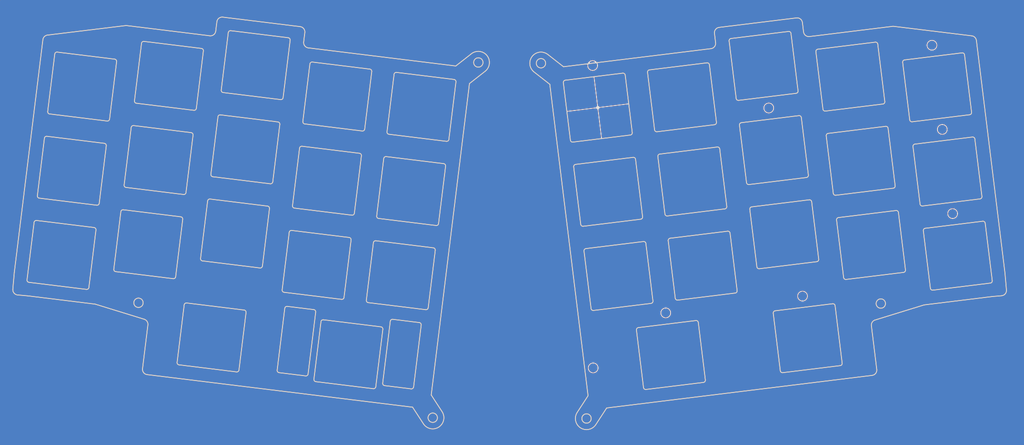
<source format=kicad_pcb>
(kicad_pcb (version 20221018) (generator pcbnew)
  (layers (0 "F.Cu" signal) (31 "B.Cu" signal) (34 "B.Paste" user) (35 "F.Paste" user) (36 "B.SilkS" user "B.Silkscreen") (37 "F.SilkS" user "F.Silkscreen") (38 "B.Mask" user) (39 "F.Mask" user) (44 "Edge.Cuts" user))
  (net 0 "")
  (gr_arc (start 212.1049 52.062303) (mid 212.473638 52.164606) (end 212.662108 52.497641) (stroke (width 0.2)) (layer "Edge.Cuts"))
  (gr_arc (start 120.040711 94.065022) (mid 119.707641 93.876574) (end 119.605373 93.507814) (stroke (width 0.2)) (layer "Edge.Cuts"))
  (gr_line (start 216.748122 89.878311) (end 203.845022 91.462612) (stroke (width 0.2)) (layer "Edge.Cuts"))
  (gr_line (start 224.482392 107.32831) (end 222.898091 94.42521) (stroke (width 0.2)) (layer "Edge.Cuts"))
  (gr_arc (start 85.126717 65.786795) (mid 84.793655 65.598347) (end 84.691379 65.229587) (stroke (width 0.2)) (layer "Edge.Cuts"))
  (gr_line (start 105.160489 58.939761) (end 118.063589 60.524062) (stroke (width 0.2)) (layer "Edge.Cuts"))
  (gr_arc (start 180.0912 132.47568) (mid 179.722468 132.373369) (end 179.533993 132.040341) (stroke (width 0.2)) (layer "Edge.Cuts"))
  (gr_line (start 242.557373 113.482697) (end 231.558682 116.871374) (stroke (width 0.2)) (layer "Edge.Cuts"))
  (gr_line (start 132.942977 135.387352) (end 134.292651 137.45814) (stroke (width 0.2)) (layer "Edge.Cuts"))
  (gr_line (start 118.846588 132.304526) (end 105.943488 130.720225) (stroke (width 0.2)) (layer "Edge.Cuts"))
  (gr_line (start 81.632458 90.142495) (end 80.048157 103.045595) (stroke (width 0.2)) (layer "Edge.Cuts"))
  (gr_circle (center 232.83645 113.178839) (end 233.88645 113.178839) (stroke (width 0.2)) (fill none) (layer "Edge.Cuts"))
  (gr_line (start 200.907971 67.54225) (end 213.811071 65.957949) (stroke (width 0.2)) (layer "Edge.Cuts"))
  (gr_arc (start 253.26096 53.047937) (mid 253.964161 53.390117) (end 254.30716 54.092919) (stroke (width 0.2)) (layer "Edge.Cuts"))
  (gr_arc (start 83.712701 49.894813) (mid 84.164949 49.095404) (end 85.05 48.85) (stroke (width 0.2)) (layer "Edge.Cuts"))
  (gr_arc (start 93.943804 104.751766) (mid 93.755353 105.084803) (end 93.386595 105.187105) (stroke (width 0.2)) (layer "Edge.Cuts"))
  (gr_arc (start 161.530856 63.574035) (mid 161.633119 63.205261) (end 161.966194 63.016827) (stroke (width 0.2)) (layer "Edge.Cuts"))
  (gr_line (start 255.109496 89.676733) (end 242.206396 91.261034) (stroke (width 0.2)) (layer "Edge.Cuts"))
  (gr_line (start 84.511277 70.799153) (end 97.414377 72.383454) (stroke (width 0.2)) (layer "Edge.Cuts"))
  (gr_line (start 198.766462 54.203812) (end 200.350763 67.106912) (stroke (width 0.2)) (layer "Edge.Cuts"))
  (gr_arc (start 105.943487 130.720225) (mid 105.610367 130.531797) (end 105.508149 130.163017) (stroke (width 0.2)) (layer "Edge.Cuts"))
  (gr_line (start 45.534463 75.609933) (end 58.437563 77.194234) (stroke (width 0.2)) (layer "Edge.Cuts"))
  (gr_line (start 45.676828 52.876783) (end 63.186978 50.74752) (stroke (width 0.2)) (layer "Edge.Cuts"))
  (gr_line (start 253.960533 76.216425) (end 255.544834 89.119525) (stroke (width 0.2)) (layer "Edge.Cuts"))
  (gr_arc (start 57.2886 90.654542) (mid 57.100155 90.987592) (end 56.731392 91.08988) (stroke (width 0.2)) (layer "Edge.Cuts"))
  (gr_line (start 185.082082 99.068432) (end 186.666384 111.971532) (stroke (width 0.2)) (layer "Edge.Cuts"))
  (gr_line (start 64.465662 73.639881) (end 62.881361 86.542981) (stroke (width 0.2)) (layer "Edge.Cuts"))
  (gr_arc (start 184.901981 93.498866) (mid 184.533198 93.396621) (end 184.344773 93.063528) (stroke (width 0.2)) (layer "Edge.Cuts"))
  (gr_arc (start 76.777007 88.249152) (mid 76.58856 88.582199) (end 76.219799 88.68449) (stroke (width 0.2)) (layer "Edge.Cuts"))
  (gr_line (start 127.673893 136.460078) (end 68.05719 129.140068) (stroke (width 0.2)) (layer "Edge.Cuts"))
  (gr_arc (start 47.298866 57.137267) (mid 47.487308 56.804184) (end 47.856074 56.701929) (stroke (width 0.2)) (layer "Edge.Cuts"))
  (gr_arc (start 214.426511 70.970307) (mid 214.795254 71.072604) (end 214.983719 71.405645) (stroke (width 0.2)) (layer "Edge.Cuts"))
  (gr_line (start 256.282144 95.124429) (end 257.866445 108.027529) (stroke (width 0.2)) (layer "Edge.Cuts"))
  (gr_line (start 218.889631 103.216749) (end 217.30533 90.313649) (stroke (width 0.2)) (layer "Edge.Cuts"))
  (gr_line (start 257.431107 108.584737) (end 244.528007 110.169039) (stroke (width 0.2)) (layer "Edge.Cuts"))
  (gr_line (start 93.943803 104.751766) (end 95.528104 91.848666) (stroke (width 0.2)) (layer "Edge.Cuts"))
  (gr_arc (start 235.459711 50.918843) (mid 235.605255 50.9099) (end 235.750809 50.918673) (stroke (width 0.2)) (layer "Edge.Cuts"))
  (gr_line (start 239.327577 71.917692) (end 237.743276 59.014592) (stroke (width 0.2)) (layer "Edge.Cuts"))
  (gr_arc (start 97.414377 72.383454) (mid 97.74746 72.571889) (end 97.849715 72.940662) (stroke (width 0.2)) (layer "Edge.Cuts"))
  (gr_line (start 95.092766 91.291458) (end 82.189666 89.707157) (stroke (width 0.2)) (layer "Edge.Cuts"))
  (gr_arc (start 195.918808 72.449353) (mid 195.816548 72.818124) (end 195.48347 73.006561) (stroke (width 0.2)) (layer "Edge.Cuts"))
  (gr_line (start 132.76371 101.218889) (end 131.179408 114.121989) (stroke (width 0.2)) (layer "Edge.Cuts"))
  (gr_arc (start 86.27568 52.326487) (mid 86.464118 51.993398) (end 86.832888 51.891149) (stroke (width 0.2)) (layer "Edge.Cuts"))
  (gr_arc (start 44.630628 53.921765) (mid 44.97365 53.218988) (end 45.676828 52.876783) (stroke (width 0.2)) (layer "Edge.Cuts"))
  (gr_line (start 62.701259 92.112547) (end 75.604359 93.696848) (stroke (width 0.2)) (layer "Edge.Cuts"))
  (gr_arc (start 185.082082 99.068432) (mid 185.184275 98.699608) (end 185.517421 98.511225) (stroke (width 0.2)) (layer "Edge.Cuts"))
  (gr_arc (start 133.501019 95.213984) (mid 133.312564 95.547015) (end 132.943812 95.649323) (stroke (width 0.2)) (layer "Edge.Cuts"))
  (gr_arc (start 177.010804 74.770964) (mid 176.908549 75.139739) (end 176.575466 75.328172) (stroke (width 0.2)) (layer "Edge.Cuts"))
  (gr_line (start 80.682919 56.438048) (end 79.098618 69.341148) (stroke (width 0.2)) (layer "Edge.Cuts"))
  (gr_line (start 76.039697 94.254056) (end 74.455396 107.157156) (stroke (width 0.2)) (layer "Edge.Cuts"))
  (gr_arc (start 79.098618 69.341148) (mid 78.910173 69.674202) (end 78.54141 69.776486) (stroke (width 0.2)) (layer "Edge.Cuts"))
  (gr_arc (start 216.819834 53.207532) (mid 215.934783 52.962108) (end 215.482536 52.16272) (stroke (width 0.2)) (layer "Edge.Cuts"))
  (gr_arc (start 239.884785 72.35303) (mid 239.516029 72.250751) (end 239.327577 71.917692) (stroke (width 0.2)) (layer "Edge.Cuts"))
  (gr_line (start 171.263895 136.631232) (end 168.833967 140.359441) (stroke (width 0.2)) (layer "Edge.Cuts"))
  (gr_line (start 259.965815 111.421048) (end 257.792956 111.612003) (stroke (width 0.2)) (layer "Edge.Cuts"))
  (gr_line (start 90.26259 115.19347) (end 88.678288 128.09657) (stroke (width 0.2)) (layer "Edge.Cuts"))
  (gr_line (start 112.271404 111.800378) (end 113.855706 98.897278) (stroke (width 0.2)) (layer "Edge.Cuts"))
  (gr_arc (start 200.907971 67.54225) (mid 200.53922 67.439965) (end 200.350763 67.106912) (stroke (width 0.2)) (layer "Edge.Cuts"))
  (gr_arc (start 134.649983 81.753677) (mid 134.983052 81.942114) (end 135.085321 82.310885) (stroke (width 0.2)) (layer "Edge.Cuts"))
  (gr_line (start 260.727971 106.386224) (end 261.056155 110.120602) (stroke (width 0.2)) (layer "Edge.Cuts"))
  (gr_line (start 196.656118 78.454257) (end 198.240419 91.357357) (stroke (width 0.2)) (layer "Edge.Cuts"))
  (gr_line (start 214.246409 65.400741) (end 212.662108 52.497641) (stroke (width 0.2)) (layer "Edge.Cuts"))
  (gr_arc (start 214.246409 65.400741) (mid 214.144146 65.76951) (end 213.811071 65.957949) (stroke (width 0.2)) (layer "Edge.Cuts"))
  (gr_line (start 197.805081 91.914565) (end 184.901981 93.498866) (stroke (width 0.2)) (layer "Edge.Cuts"))
  (gr_line (start 240.500225 77.365388) (end 253.403325 75.781087) (stroke (width 0.2)) (layer "Edge.Cuts"))
  (gr_line (start 205.551193 105.358259) (end 218.454293 103.773957) (stroke (width 0.2)) (layer "Edge.Cuts"))
  (gr_circle (center 168.110027 59.718497) (end 167.010027 59.718497) (stroke (width 0.1)) (fill none) (layer "Edge.Cuts"))
  (gr_line (start 130.103821 140.188287) (end 127.673893 136.460078) (stroke (width 0.2)) (layer "Edge.Cuts"))
  (gr_arc (start 236.056427 86.714135) (mid 235.954181 87.082917) (end 235.621089 87.271343) (stroke (width 0.2)) (layer "Edge.Cuts"))
  (gr_line (start 103.645529 129.430561) (end 97.690252 128.699345) (stroke (width 0.2)) (layer "Edge.Cuts"))
  (gr_arc (start 64.465662 73.639881) (mid 64.6541 73.306788) (end 65.02287 73.204543) (stroke (width 0.2)) (layer "Edge.Cuts"))
  (gr_arc (start 105.47357 114.542369) (mid 105.806651 114.730803) (end 105.908908 115.099577) (stroke (width 0.2)) (layer "Edge.Cuts"))
  (gr_line (start 135.085321 82.310885) (end 133.501019 95.213985) (stroke (width 0.2)) (layer "Edge.Cuts"))
  (gr_arc (start 43.828292 89.505579) (mid 43.495253 89.317123) (end 43.392954 88.948371) (stroke (width 0.2)) (layer "Edge.Cuts"))
  (gr_line (start 120.988097 118.966088) (end 119.403795 131.869188) (stroke (width 0.2)) (layer "Edge.Cuts"))
  (gr_arc (start 112.271404 111.800379) (mid 112.08295 112.133407) (end 111.714196 112.235717) (stroke (width 0.2)) (layer "Edge.Cuts"))
  (gr_line (start 63.316699 87.100189) (end 76.219799 88.68449) (stroke (width 0.2)) (layer "Edge.Cuts"))
  (gr_line (start 162.323007 70.025585) (end 176.218653 68.319414) (stroke (width 0.1)) (layer "Edge.Cuts"))
  (gr_line (start 181.218687 113.14418) (end 168.315587 114.728482) (stroke (width 0.2)) (layer "Edge.Cuts"))
  (gr_arc (start 255.544834 89.119525) (mid 255.442583 89.488303) (end 255.109496 89.676733) (stroke (width 0.2)) (layer "Edge.Cuts"))
  (gr_line (start 219.83917 69.512302) (end 218.254869 56.609202) (stroke (width 0.2)) (layer "Edge.Cuts"))
  (gr_line (start 192.9943 130.891379) (end 180.0912 132.47568) (stroke (width 0.2)) (layer "Edge.Cuts"))
  (gr_arc (start 127.900769 131.904976) (mid 127.712319 132.238035) (end 127.343561 132.340314) (stroke (width 0.2)) (layer "Edge.Cuts"))
  (gr_line (start 237.9427 106.179347) (end 225.0396 107.763649) (stroke (width 0.2)) (layer "Edge.Cuts"))
  (gr_line (start 236.056427 86.714135) (end 234.472126 73.811035) (stroke (width 0.2)) (layer "Edge.Cuts"))
  (gr_arc (start 257.866445 108.027529) (mid 257.764188 108.396303) (end 257.431107 108.584737) (stroke (width 0.2)) (layer "Edge.Cuts"))
  (gr_arc (start 67.379106 116.70022) (mid 68.03288 117.194548) (end 68.216833 117.993267) (stroke (width 0.2)) (layer "Edge.Cuts"))
  (gr_arc (start 233.914918 73.375697) (mid 234.283699 73.477945) (end 234.472126 73.811035) (stroke (width 0.2)) (layer "Edge.Cuts"))
  (gr_line (start 222.717989 88.855644) (end 235.621089 87.271343) (stroke (width 0.2)) (layer "Edge.Cuts"))
  (gr_arc (start 136.971594 62.845673) (mid 137.304658 63.034113) (end 137.406932 63.402881) (stroke (width 0.2)) (layer "Edge.Cuts"))
  (gr_line (start 191.845337 117.431071) (end 193.429639 130.334171) (stroke (width 0.2)) (layer "Edge.Cuts"))
  (gr_arc (start 62.144051 92.547885) (mid 62.332493 92.214828) (end 62.701259 92.112547) (stroke (width 0.2)) (layer "Edge.Cuts"))
  (gr_arc (start 230.720955 118.164421) (mid 230.904866 117.365679) (end 231.558682 116.871374) (stroke (width 0.2)) (layer "Edge.Cuts"))
  (gr_arc (start 216.748122 89.878311) (mid 217.116868 89.980603) (end 217.30533 90.313649) (stroke (width 0.2)) (layer "Edge.Cuts"))
  (gr_line (start 230.720955 118.164421) (end 231.92541 127.973923) (stroke (width 0.2)) (layer "Edge.Cuts"))
  (gr_circle (center 244.322447 55.159054) (end 243.222447 55.159054) (stroke (width 0.1)) (fill none) (layer "Edge.Cuts"))
  (gr_arc (start 104.603282 59.3751) (mid 104.791716 59.042004) (end 105.160489 58.939761) (stroke (width 0.2)) (layer "Edge.Cuts"))
  (gr_line (start 212.1049 52.062303) (end 199.2018 53.646604) (stroke (width 0.2)) (layer "Edge.Cuts"))
  (gr_line (start 198.420521 96.926923) (end 185.517421 98.511224) (stroke (width 0.2)) (layer "Edge.Cuts"))
  (gr_line (start 236.793737 92.719039) (end 238.378038 105.622139) (stroke (width 0.2)) (layer "Edge.Cuts"))
  (gr_arc (start 181.654026 112.586972) (mid 181.551762 112.95574) (end 181.218688 113.14418) (stroke (width 0.2)) (layer "Edge.Cuts"))
  (gr_arc (start 60.995088 106.008193) (mid 60.661982 105.819764) (end 60.55975 105.450985) (stroke (width 0.2)) (layer "Edge.Cuts"))
  (gr_line (start 56.731392 91.08988) (end 43.828292 89.505579) (stroke (width 0.2)) (layer "Edge.Cuts"))
  (gr_arc (start 102.419557 50.982713) (mid 103.21892 51.434983) (end 103.46437 52.320012) (stroke (width 0.2)) (layer "Edge.Cuts"))
  (gr_line (start 184.344773 93.063528) (end 182.760471 80.160428) (stroke (width 0.2)) (layer "Edge.Cuts"))
  (gr_line (start 163.115158 76.477135) (end 161.530856 63.574035) (stroke (width 0.2)) (layer "Edge.Cuts"))
  (gr_line (start 167.081264 133.885516) (end 158.492821 63.938268) (stroke (width 0.2)) (layer "Edge.Cuts"))
  (gr_line (start 216.132682 84.865953) (end 203.229582 86.450254) (stroke (width 0.2)) (layer "Edge.Cuts"))
  (gr_arc (start 83.455252 51.991566) (mid 83.002988 52.790936) (end 82.117954 53.036378) (stroke (width 0.2)) (layer "Edge.Cuts"))
  (gr_arc (start 191.28813 116.995733) (mid 191.656928 117.09796) (end 191.845337 117.431072) (stroke (width 0.2)) (layer "Edge.Cuts"))
  (gr_line (start 215.225087 50.065966) (end 215.482536 52.16272) (stroke (width 0.2)) (layer "Edge.Cuts"))
  (gr_arc (start 236.236529 92.283701) (mid 236.605273 92.385996) (end 236.793737 92.719039) (stroke (width 0.2)) (layer "Edge.Cuts"))
  (gr_line (start 130.622201 114.557328) (end 117.719101 112.973026) (stroke (width 0.2)) (layer "Edge.Cuts"))
  (gr_arc (start 244.528007 110.169039) (mid 244.15926 110.066748) (end 243.970799 109.733701) (stroke (width 0.2)) (layer "Edge.Cuts"))
  (gr_line (start 127.343561 132.340314) (end 121.388284 131.609098) (stroke (width 0.2)) (layer "Edge.Cuts"))
  (gr_arc (start 205.551193 105.358259) (mid 205.182408 105.256015) (end 204.993984 104.92292) (stroke (width 0.2)) (layer "Edge.Cuts"))
  (gr_line (start 85.05 48.85) (end 102.419557 50.982714) (stroke (width 0.2)) (layer "Edge.Cuts"))
  (gr_arc (start 187.223592 112.406871) (mid 186.854813 112.304621) (end 186.666384 111.971533) (stroke (width 0.2)) (layer "Edge.Cuts"))
  (gr_line (start 76.924152 113.051961) (end 89.827252 114.636262) (stroke (width 0.2)) (layer "Edge.Cuts"))
  (gr_arc (start 104.202737 128.995223) (mid 104.014299 129.328301) (end 103.645529 129.430561) (stroke (width 0.2)) (layer "Edge.Cuts"))
  (gr_arc (start 195.473418 52.491166) (mid 195.718807 51.606087) (end 196.518231 51.153867) (stroke (width 0.2)) (layer "Edge.Cuts"))
  (gr_line (start 132.943812 95.649323) (end 120.040712 94.065022) (stroke (width 0.2)) (layer "Edge.Cuts"))
  (gr_line (start 118.498928 61.08127) (end 116.914626 73.98437) (stroke (width 0.2)) (layer "Edge.Cuts"))
  (gr_line (start 195.48347 73.006561) (end 182.58037 74.590862) (stroke (width 0.2)) (layer "Edge.Cuts"))
  (gr_line (start 61.194512 58.843438) (end 59.610211 71.746538) (stroke (width 0.2)) (layer "Edge.Cuts"))
  (gr_line (start 235.75081 50.918674) (end 253.26096 53.047937) (stroke (width 0.2)) (layer "Edge.Cuts"))
  (gr_arc (start 203.409684 92.01982) (mid 203.511925 91.651034) (end 203.845023 91.462613) (stroke (width 0.2)) (layer "Edge.Cuts"))
  (gr_arc (start 131.179408 114.121989) (mid 130.990952 114.455012) (end 130.622201 114.557328) (stroke (width 0.2)) (layer "Edge.Cuts"))
  (gr_line (start 37.881633 109.949448) (end 38.209817 106.21507) (stroke (width 0.2)) (layer "Edge.Cuts"))
  (gr_line (start 116.357418 74.419708) (end 103.454318 72.835407) (stroke (width 0.2)) (layer "Edge.Cuts"))
  (gr_line (start 252.787885 70.768729) (end 239.884785 72.35303) (stroke (width 0.2)) (layer "Edge.Cuts"))
  (gr_arc (start 65.63831 68.192185) (mid 65.305257 68.003735) (end 65.202972 67.634977) (stroke (width 0.2)) (layer "Edge.Cuts"))
  (gr_line (start 107.649658 116.824579) (end 120.552758 118.40888) (stroke (width 0.2)) (layer "Edge.Cuts"))
  (gr_line (start 158.492821 63.938268) (end 154.960859 61.169351) (stroke (width 0.2)) (layer "Edge.Cuts"))
  (gr_arc (start 101.132707 91.743411) (mid 100.799644 91.554961) (end 100.697369 91.186203) (stroke (width 0.2)) (layer "Edge.Cuts"))
  (gr_circle (center 168.231264 127.635516) (end 167.131264 127.635516) (stroke (width 0.1)) (fill none) (layer "Edge.Cuts"))
  (gr_line (start 80.483495 103.602803) (end 93.386595 105.187105) (stroke (width 0.2)) (layer "Edge.Cuts"))
  (gr_arc (start 154.960859 61.169351) (mid 154.53581 57.659462) (end 158.045697 57.234409) (stroke (width 0.2)) (layer "Edge.Cuts"))
  (gr_line (start 179.533993 132.040342) (end 177.949691 119.137242) (stroke (width 0.2)) (layer "Edge.Cuts"))
  (gr_circle (center 207.667243 69.256275) (end 206.567243 69.256275) (stroke (width 0.1)) (fill none) (layer "Edge.Cuts"))
  (gr_line (start 167.75838 114.293143) (end 166.174078 101.390043) (stroke (width 0.2)) (layer "Edge.Cuts"))
  (gr_circle (center 142.43451 59.030726) (end 141.38451 59.030726) (stroke (width 0.2)) (fill none) (layer "Edge.Cuts"))
  (gr_arc (start 255.724936 94.689091) (mid 256.093719 94.791336) (end 256.282144 95.124429) (stroke (width 0.2)) (layer "Edge.Cuts"))
  (gr_arc (start 99.96006 97.191108) (mid 100.148491 96.857997) (end 100.517267 96.755769) (stroke (width 0.2)) (layer "Edge.Cuts"))
  (gr_arc (start 95.092765 91.291459) (mid 95.425853 91.47989) (end 95.528104 91.848666) (stroke (width 0.2)) (layer "Edge.Cuts"))
  (gr_line (start 56.380415 113.311543) (end 41.144832 111.440849) (stroke (width 0.2)) (layer "Edge.Cuts"))
  (gr_line (start 164.287806 81.924831) (end 177.190906 80.34053) (stroke (width 0.2)) (layer "Edge.Cuts"))
  (gr_arc (start 44.977255 76.045271) (mid 45.165696 75.712181) (end 45.534463 75.609933) (stroke (width 0.2)) (layer "Edge.Cuts"))
  (gr_circle (center 246.644053 74.06706) (end 245.544053 74.06706) (stroke (width 0.1)) (fill none) (layer "Edge.Cuts"))
  (gr_line (start 99.735988 53.47545) (end 86.832888 51.891149) (stroke (width 0.2)) (layer "Edge.Cuts"))
  (gr_line (start 200.56203 110.265361) (end 198.977729 97.362261) (stroke (width 0.2)) (layer "Edge.Cuts"))
  (gr_line (start 88.121081 128.531908) (end 75.217981 126.947607) (stroke (width 0.2)) (layer "Edge.Cuts"))
  (gr_arc (start 56.115951 96.102239) (mid 56.448993 96.290692) (end 56.55129 96.659446) (stroke (width 0.2)) (layer "Edge.Cuts"))
  (gr_arc (start 201.088073 73.111816) (mid 201.190318 72.743033) (end 201.523411 72.554608) (stroke (width 0.2)) (layer "Edge.Cuts"))
  (gr_arc (start 140.892091 57.063255) (mid 144.401918 57.488311) (end 143.976929 60.998197) (stroke (width 0.2)) (layer "Edge.Cuts"))
  (gr_line (start 102.838878 77.847765) (end 115.741978 79.432066) (stroke (width 0.2)) (layer "Edge.Cuts"))
  (gr_line (start 85.126717 65.786795) (end 98.029817 67.371096) (stroke (width 0.2)) (layer "Edge.Cuts"))
  (gr_line (start 43.212852 94.517937) (end 56.115952 96.102239) (stroke (width 0.2)) (layer "Edge.Cuts"))
  (gr_line (start 242.821836 96.273393) (end 255.724936 94.689091) (stroke (width 0.2)) (layer "Edge.Cuts"))
  (gr_circle (center 184.528863 115.281704) (end 183.428863 115.281704) (stroke (width 0.1)) (fill none) (layer "Edge.Cuts"))
  (gr_line (start 103.46437 52.320012) (end 103.206921 54.416766) (stroke (width 0.2)) (layer "Edge.Cuts"))
  (gr_arc (start 42.655644 94.953275) (mid 42.844088 94.620222) (end 43.212852 94.517937) (stroke (width 0.2)) (layer "Edge.Cuts"))
  (gr_arc (start 242.206396 91.261034) (mid 241.837644 91.158749) (end 241.649188 90.825696) (stroke (width 0.2)) (layer "Edge.Cuts"))
  (gr_line (start 183.19581 79.60322) (end 196.09891 78.018919) (stroke (width 0.2)) (layer "Edge.Cuts"))
  (gr_line (start 158.045697 57.234408) (end 159.990974 58.759427) (stroke (width 0.2)) (layer "Edge.Cuts"))
  (gr_line (start 220.57648 75.517206) (end 222.160781 88.420306) (stroke (width 0.2)) (layer "Edge.Cuts"))
  (gr_line (start 65.202972 67.634977) (end 66.787273 54.731877) (stroke (width 0.2)) (layer "Edge.Cuts"))
  (gr_arc (start 80.483495 103.602803) (mid 80.150443 103.414349) (end 80.048157 103.045595) (stroke (width 0.2)) (layer "Edge.Cuts"))
  (gr_arc (start 222.013636 113.223115) (mid 222.382388 113.3254) (end 222.570844 113.658453) (stroke (width 0.2)) (layer "Edge.Cuts"))
  (gr_arc (start 163.672365 76.912473) (mid 163.303568 76.810239) (end 163.115158 76.477134) (stroke (width 0.2)) (layer "Edge.Cuts"))
  (gr_line (start 232.150515 54.903031) (end 233.734816 67.806131) (stroke (width 0.2)) (layer "Edge.Cuts"))
  (gr_line (start 63.478077 50.747689) (end 82.117954 53.036378) (stroke (width 0.2)) (layer "Edge.Cuts"))
  (gr_line (start 86.27568 52.326487) (end 84.691379 65.229587) (stroke (width 0.2)) (layer "Edge.Cuts"))
  (gr_arc (start 200.56203 110.265361) (mid 200.459716 110.63409) (end 200.126692 110.822569) (stroke (width 0.2)) (layer "Edge.Cuts"))
  (gr_arc (start 253.403325 75.781087) (mid 253.772103 75.883338) (end 253.960533 76.216425) (stroke (width 0.2)) (layer "Edge.Cuts"))
  (gr_arc (start 222.717989 88.855644) (mid 222.349239 88.753356) (end 222.160781 88.420306) (stroke (width 0.2)) (layer "Edge.Cuts"))
  (gr_arc (start 174.869295 61.432526) (mid 175.23804 61.534819) (end 175.426502 61.867865) (stroke (width 0.2)) (layer "Edge.Cuts"))
  (gr_line (start 138.946814 58.588273) (end 140.892091 57.063254) (stroke (width 0.2)) (layer "Edge.Cuts"))
  (gr_line (start 95.708206 86.2791) (end 82.805106 84.694799) (stroke (width 0.2)) (layer "Edge.Cuts"))
  (gr_arc (start 99.735988 53.47545) (mid 100.069066 53.663887) (end 100.171326 54.032658) (stroke (width 0.2)) (layer "Edge.Cuts"))
  (gr_arc (start 213.887788 49.021154) (mid 214.772811 49.266615) (end 215.225087 50.065967) (stroke (width 0.2)) (layer "Edge.Cuts"))
  (gr_line (start 194.334507 59.546253) (end 195.918808 72.449353) (stroke (width 0.2)) (layer "Edge.Cuts"))
  (gr_line (start 41.144832 111.440849) (end 38.971973 111.249894) (stroke (width 0.2)) (layer "Edge.Cuts"))
  (gr_line (start 77.92597 74.788844) (end 65.02287 73.204543) (stroke (width 0.2)) (layer "Edge.Cuts"))
  (gr_arc (start 231.593307 54.467693) (mid 231.962084 54.569946) (end 232.150515 54.903031) (stroke (width 0.2)) (layer "Edge.Cuts"))
  (gr_arc (start 118.868064 99.512719) (mid 119.056492 99.179603) (end 119.425271 99.07738) (stroke (width 0.2)) (layer "Edge.Cuts"))
  (gr_line (start 143.976929 60.998197) (end 140.444967 63.767114) (stroke (width 0.2)) (layer "Edge.Cuts"))
  (gr_line (start 73.898188 107.592495) (end 60.995088 106.008193) (stroke (width 0.2)) (layer "Edge.Cuts"))
  (gr_line (start 164.645137 137.629294) (end 165.994811 135.558506) (stroke (width 0.2)) (layer "Edge.Cuts"))
  (gr_line (start 161.568077 59.991595) (end 194.686055 55.925219) (stroke (width 0.2)) (layer "Edge.Cuts"))
  (gr_line (start 177.748113 80.775868) (end 179.332415 93.678968) (stroke (width 0.2)) (layer "Edge.Cuts"))
  (gr_arc (start 98.587025 66.935758) (mid 98.398577 67.268809) (end 98.029817 67.371096) (stroke (width 0.2)) (layer "Edge.Cuts"))
  (gr_arc (start 77.92597 74.788844) (mid 78.259062 74.977276) (end 78.361308 75.346052) (stroke (width 0.2)) (layer "Edge.Cuts"))
  (gr_line (start 105.508149 130.163017) (end 107.092451 117.259917) (stroke (width 0.2)) (layer "Edge.Cuts"))
  (gr_line (start 243.970799 109.7337) (end 242.386498 96.8306) (stroke (width 0.2)) (layer "Edge.Cuts"))
  (gr_arc (start 179.332415 93.678968) (mid 179.230157 94.047741) (end 178.897077 94.236176) (stroke (width 0.2)) (layer "Edge.Cuts"))
  (gr_line (start 98.811096 110.651415) (end 111.714196 112.235717) (stroke (width 0.2)) (layer "Edge.Cuts"))
  (gr_line (start 178.38503 118.580034) (end 191.28813 116.995733) (stroke (width 0.2)) (layer "Edge.Cuts"))
  (gr_line (start 120.952946 131.05189) (end 122.659117 117.156244) (stroke (width 0.2)) (layer "Edge.Cuts"))
  (gr_arc (start 237.743276 59.014592) (mid 237.845565 58.645843) (end 238.178614 58.457384) (stroke (width 0.2)) (layer "Edge.Cuts"))
  (gr_arc (start 195.730867 54.58792) (mid 195.485414 55.472948) (end 194.686055 55.925218) (stroke (width 0.2)) (layer "Edge.Cuts"))
  (gr_arc (start 208.675198 115.364624) (mid 208.777455 114.995851) (end 209.110536 114.807416) (stroke (width 0.2)) (layer "Edge.Cuts"))
  (gr_arc (start 122.659117 117.156243) (mid 122.847568 116.823198) (end 123.216325 116.720905) (stroke (width 0.2)) (layer "Edge.Cuts"))
  (gr_line (start 257.792956 111.612003) (end 242.557373 113.482697) (stroke (width 0.2)) (layer "Edge.Cuts"))
  (gr_arc (start 163.852467 82.482039) (mid 163.954729 82.113265) (end 164.287805 81.924831) (stroke (width 0.2)) (layer "Edge.Cuts"))
  (gr_arc (start 193.429639 130.334171) (mid 193.327293 130.702875) (end 192.994301 130.891379) (stroke (width 0.2)) (layer "Edge.Cuts"))
  (gr_line (start 254.307161 54.092919) (end 260.727971 106.386224) (stroke (width 0.2)) (layer "Edge.Cuts"))
  (gr_arc (start 60.759174 58.28623) (mid 61.09227 58.474663) (end 61.194512 58.843438) (stroke (width 0.2)) (layer "Edge.Cuts"))
  (gr_arc (start 231.92541 127.973923) (mid 231.679988 128.858976) (end 230.880598 129.311221) (stroke (width 0.2)) (layer "Edge.Cuts"))
  (gr_arc (start 129.171602 117.452121) (mid 129.504684 117.640561) (end 129.60694 118.009329) (stroke (width 0.2)) (layer "Edge.Cuts"))
  (gr_circle (center 215.254369 111.509089) (end 214.154369 111.509089) (stroke (width 0.1)) (fill none) (layer "Edge.Cuts"))
  (gr_line (start 137.406932 63.402881) (end 135.82263 76.305981) (stroke (width 0.2)) (layer "Edge.Cuts"))
  (gr_arc (start 114.593015 92.892374) (mid 114.404562 93.22541) (end 114.035807 93.327712) (stroke (width 0.2)) (layer "Edge.Cuts"))
  (gr_line (start 166.609417 100.832835) (end 179.512517 99.248534) (stroke (width 0.2)) (layer "Edge.Cuts"))
  (gr_arc (start 166.174078 101.390043) (mid 166.276339 101.021269) (end 166.609417 100.832836) (stroke (width 0.2)) (layer "Edge.Cuts"))
  (gr_line (start 201.523411 72.554608) (end 214.426511 70.970307) (stroke (width 0.2)) (layer "Edge.Cuts"))
  (gr_arc (start 132.328371 100.661682) (mid 132.661445 100.850116) (end 132.76371 101.218889) (stroke (width 0.2)) (layer "Edge.Cuts"))
  (gr_line (start 76.777007 88.249152) (end 78.361308 75.346052) (stroke (width 0.2)) (layer "Edge.Cuts"))
  (gr_line (start 43.392954 88.948371) (end 44.977255 76.045271) (stroke (width 0.2)) (layer "Edge.Cuts"))
  (gr_arc (start 180.43886 61.252424) (mid 180.541137 60.883666) (end 180.874198 60.695216) (stroke (width 0.2)) (layer "Edge.Cuts"))
  (gr_line (start 223.719807 127.118761) (end 210.816707 128.703062) (stroke (width 0.2)) (layer "Edge.Cuts"))
  (gr_line (start 135.265423 76.741319) (end 122.362323 75.157018) (stroke (width 0.2)) (layer "Edge.Cuts"))
  (gr_arc (start 224.155146 126.561553) (mid 224.052867 126.930309) (end 223.719808 127.118761) (stroke (width 0.2)) (layer "Edge.Cuts"))
  (gr_arc (start 41.506681 108.413583) (mid 41.173583 108.225152) (end 41.071343 107.856375) (stroke (width 0.2)) (layer "Edge.Cuts"))
  (gr_arc (start 225.0396 107.763649) (mid 224.670814 107.661408) (end 224.482392 107.328311) (stroke (width 0.2)) (layer "Edge.Cuts"))
  (gr_line (start 121.926984 74.59981) (end 123.511286 61.69671) (stroke (width 0.2)) (layer "Edge.Cuts"))
  (gr_arc (start 218.889631 103.216749) (mid 218.787358 103.58551) (end 218.454293 103.773957) (stroke (width 0.2)) (layer "Edge.Cuts"))
  (gr_line (start 103.01898 72.278199) (end 104.603281 59.375099) (stroke (width 0.2)) (layer "Edge.Cuts"))
  (gr_line (start 238.178614 58.457384) (end 251.081714 56.873083) (stroke (width 0.2)) (layer "Edge.Cuts"))
  (gr_arc (start 119.403795 131.869187) (mid 119.215343 132.20225) (end 118.846588 132.304526) (stroke (width 0.2)) (layer "Edge.Cuts"))
  (gr_line (start 113.420367 98.34007) (end 100.517267 96.755769) (stroke (width 0.2)) (layer "Edge.Cuts"))
  (gr_arc (start 38.971972 111.249895) (mid 38.157505 110.825473) (end 37.881633 109.949448) (stroke (width 0.2)) (layer "Edge.Cuts"))
  (gr_arc (start 193.777299 59.110915) (mid 194.146083 59.21316) (end 194.334506 59.546254) (stroke (width 0.2)) (layer "Edge.Cuts"))
  (gr_line (start 218.690207 56.051994) (end 231.593307 54.467693) (stroke (width 0.2)) (layer "Edge.Cuts"))
  (gr_line (start 203.409684 92.01982) (end 204.993985 104.92292) (stroke (width 0.2)) (layer "Edge.Cuts"))
  (gr_arc (start 76.366944 113.487299) (mid 76.555382 113.15423) (end 76.924152 113.051961) (stroke (width 0.2)) (layer "Edge.Cuts"))
  (gr_line (start 223.333429 93.868002) (end 236.236529 92.283701) (stroke (width 0.2)) (layer "Edge.Cuts"))
  (gr_line (start 214.983719 71.405645) (end 216.56802 84.308745) (stroke (width 0.2)) (layer "Edge.Cuts"))
  (gr_arc (start 134.292651 137.458139) (mid 133.56333 140.917593) (end 130.103821 140.188287) (stroke (width 0.2)) (layer "Edge.Cuts"))
  (gr_arc (start 113.420367 98.340071) (mid 113.753449 98.528503) (end 113.855706 98.897278) (stroke (width 0.2)) (layer "Edge.Cuts"))
  (gr_line (start 99.518293 113.811153) (end 105.47357 114.542369) (stroke (width 0.2)) (layer "Edge.Cuts"))
  (gr_line (start 168.417745 62.224677) (end 170.123915 76.120323) (stroke (width 0.1)) (layer "Edge.Cuts"))
  (gr_arc (start 253.223223 70.211521) (mid 253.120976 70.580302) (end 252.787885 70.768729) (stroke (width 0.2)) (layer "Edge.Cuts"))
  (gr_arc (start 198.420521 96.926923) (mid 198.789271 97.02921) (end 198.977728 97.362262) (stroke (width 0.2)) (layer "Edge.Cuts"))
  (gr_arc (start 177.949691 119.137242) (mid 178.051882 118.768416) (end 178.385029 118.580034) (stroke (width 0.2)) (layer "Edge.Cuts"))
  (gr_line (start 74.782642 126.390399) (end 76.366944 113.487299) (stroke (width 0.2)) (layer "Edge.Cuts"))
  (gr_arc (start 220.57648 75.517206) (mid 220.67877 75.148458) (end 221.011818 74.959998) (stroke (width 0.2)) (layer "Edge.Cuts"))
  (gr_line (start 209.110536 114.807416) (end 222.013636 113.223115) (stroke (width 0.2)) (layer "Edge.Cuts"))
  (gr_arc (start 120.552759 118.40888) (mid 120.885779 118.597338) (end 120.988097 118.966088) (stroke (width 0.2)) (layer "Edge.Cuts"))
  (gr_line (start 114.035807 93.327712) (end 101.132707 91.743411) (stroke (width 0.2)) (layer "Edge.Cuts"))
  (gr_arc (start 168.833967 140.359441) (mid 165.374477 141.088779) (end 164.645137 137.629293) (stroke (width 0.2)) (layer "Edge.Cuts"))
  (gr_arc (start 196.09891 78.018919) (mid 196.467657 78.121211) (end 196.656117 78.454258) (stroke (width 0.2)) (layer "Edge.Cuts"))
  (gr_line (start 129.60694 118.009329) (end 127.900769 131.904975) (stroke (width 0.2)) (layer "Edge.Cuts"))
  (gr_line (start 54.409781 109.997885) (end 41.506681 108.413583) (stroke (width 0.2)) (layer "Edge.Cuts"))
  (gr_arc (start 122.362322 75.157018) (mid 122.029247 74.968572) (end 121.926984 74.59981) (stroke (width 0.2)) (layer "Edge.Cuts"))
  (gr_line (start 56.55129 96.659446) (end 54.966989 109.562546) (stroke (width 0.2)) (layer "Edge.Cuts"))
  (gr_line (start 176.575465 75.328172) (end 163.672365 76.912473) (stroke (width 0.2)) (layer "Edge.Cuts"))
  (gr_line (start 100.697369 91.186203) (end 102.28167 78.283103) (stroke (width 0.2)) (layer "Edge.Cuts"))
  (gr_line (start 137.369711 59.820441) (end 138.946814 58.588273) (stroke (width 0.2)) (layer "Edge.Cuts"))
  (gr_line (start 99.960059 97.191107) (end 98.375758 110.094207) (stroke (width 0.2)) (layer "Edge.Cuts"))
  (gr_line (start 178.897076 94.236176) (end 165.993976 95.820477) (stroke (width 0.2)) (layer "Edge.Cuts"))
  (gr_line (start 180.069724 99.683872) (end 181.654026 112.586972) (stroke (width 0.2)) (layer "Edge.Cuts"))
  (gr_line (start 131.856524 133.714362) (end 132.942977 135.387352) (stroke (width 0.2)) (layer "Edge.Cuts"))
  (gr_arc (start 58.437563 77.194234) (mid 58.770664 77.382664) (end 58.872901 77.751442) (stroke (width 0.2)) (layer "Edge.Cuts"))
  (gr_arc (start 74.455396 107.157157) (mid 74.266952 107.49024) (end 73.898188 107.592495) (stroke (width 0.2)) (layer "Edge.Cuts"))
  (gr_line (start 97.254914 128.142137) (end 98.961085 114.246491) (stroke (width 0.2)) (layer "Edge.Cuts"))
  (gr_line (start 202.672374 86.014916) (end 201.088073 73.111816) (stroke (width 0.2)) (layer "Edge.Cuts"))
  (gr_line (start 58.872901 77.751442) (end 57.2886 90.654542) (stroke (width 0.2)) (layer "Edge.Cuts"))
  (gr_arc (start 218.254869 56.609202) (mid 218.357164 56.240458) (end 218.690207 56.051994) (stroke (width 0.2)) (layer "Edge.Cuts"))
  (gr_arc (start 80.247581 55.88084) (mid 80.580668 56.069275) (end 80.682919 56.438048) (stroke (width 0.2)) (layer "Edge.Cuts"))
  (gr_line (start 187.223592 112.406871) (end 200.126692 110.822569) (stroke (width 0.2)) (layer "Edge.Cuts"))
  (gr_arc (start 82.805106 84.694799) (mid 82.472049 84.506348) (end 82.369768 84.137591) (stroke (width 0.2)) (layer "Edge.Cuts"))
  (gr_arc (start 135.82263 76.30598) (mid 135.634177 76.639019) (end 135.265423 76.741319) (stroke (width 0.2)) (layer "Edge.Cuts"))
  (gr_arc (start 66.787273 54.731877) (mid 66.975713 54.398791) (end 67.344481 54.296539) (stroke (width 0.2)) (layer "Edge.Cuts"))
  (gr_arc (start 168.315587 114.728482) (mid 167.946814 114.626225) (end 167.75838 114.293143) (stroke (width 0.2)) (layer "Edge.Cuts"))
  (gr_arc (start 102.281671 78.283104) (mid 102.470103 77.95) (end 102.838878 77.847765) (stroke (width 0.2)) (layer "Edge.Cuts"))
  (gr_line (start 105.908908 115.099577) (end 104.202737 128.995223) (stroke (width 0.2)) (layer "Edge.Cuts"))
  (gr_arc (start 63.316699 87.100189) (mid 62.983651 86.911736) (end 62.881361 86.542981) (stroke (width 0.2)) (layer "Edge.Cuts"))
  (gr_line (start 124.068493 61.261372) (end 136.971593 62.845673) (stroke (width 0.2)) (layer "Edge.Cuts"))
  (gr_line (start 67.012378 127.802769) (end 68.216833 117.993267) (stroke (width 0.2)) (layer "Edge.Cuts"))
  (gr_arc (start 123.511286 61.696711) (mid 123.699717 61.36361) (end 124.068493 61.261372) (stroke (width 0.2)) (layer "Edge.Cuts"))
  (gr_line (start 83.455252 51.991566) (end 83.712701 49.894812) (stroke (width 0.2)) (layer "Edge.Cuts"))
  (gr_arc (start 97.690252 128.699345) (mid 97.35719 128.510904) (end 97.254914 128.142137) (stroke (width 0.2)) (layer "Edge.Cuts"))
  (gr_line (start 82.369768 84.137591) (end 83.954069 71.234491) (stroke (width 0.2)) (layer "Edge.Cuts"))
  (gr_arc (start 104.251733 55.754064) (mid 103.452362 55.301803) (end 103.206921 54.416766) (stroke (width 0.2)) (layer "Edge.Cuts"))
  (gr_line (start 41.071343 107.856375) (end 42.655644 94.953275) (stroke (width 0.2)) (layer "Edge.Cuts"))
  (gr_line (start 216.819834 53.207532) (end 235.459711 50.918843) (stroke (width 0.2)) (layer "Edge.Cuts"))
  (gr_arc (start 182.760471 80.160428) (mid 182.862668 79.791608) (end 183.195809 79.60322) (stroke (width 0.2)) (layer "Edge.Cuts"))
  (gr_arc (start 121.189675 80.604715) (mid 121.378104 80.271606) (end 121.746882 80.169376) (stroke (width 0.2)) (layer "Edge.Cuts"))
  (gr_line (start 180.874199 60.695216) (end 193.777299 59.110915) (stroke (width 0.2)) (layer "Edge.Cuts"))
  (gr_arc (start 233.734816 67.806131) (mid 233.632576 68.174918) (end 233.299478 68.363339) (stroke (width 0.2)) (layer "Edge.Cuts"))
  (gr_line (start 210.2595 128.267724) (end 208.675198 115.364624) (stroke (width 0.2)) (layer "Edge.Cuts"))
  (gr_circle (center 248.965669 92.975063) (end 247.865669 92.975063) (stroke (width 0.1)) (fill none) (layer "Edge.Cuts"))
  (gr_circle (center 132.198236 138.823213) (end 131.148236 138.823213) (stroke (width 0.2)) (fill none) (layer "Edge.Cuts"))
  (gr_line (start 98.587025 66.935758) (end 100.171326 54.032658) (stroke (width 0.2)) (layer "Edge.Cuts"))
  (gr_line (start 195.730867 54.58792) (end 195.473418 52.491166) (stroke (width 0.2)) (layer "Edge.Cuts"))
  (gr_line (start 121.746882 80.169376) (end 134.649982 81.753677) (stroke (width 0.2)) (layer "Edge.Cuts"))
  (gr_arc (start 182.58037 74.590862) (mid 182.211582 74.488623) (end 182.023162 74.155524) (stroke (width 0.2)) (layer "Edge.Cuts"))
  (gr_line (start 241.649188 90.825696) (end 240.064887 77.922596) (stroke (width 0.2)) (layer "Edge.Cuts"))
  (gr_arc (start 98.961085 114.246491) (mid 99.149522 113.913402) (end 99.518293 113.811153) (stroke (width 0.2)) (layer "Edge.Cuts"))
  (gr_line (start 165.994811 135.558506) (end 167.081264 133.885516) (stroke (width 0.2)) (layer "Edge.Cuts"))
  (gr_arc (start 179.512517 99.248534) (mid 179.881271 99.350817) (end 180.069724 99.683873) (stroke (width 0.2)) (layer "Edge.Cuts"))
  (gr_line (start 78.54141 69.776486) (end 65.63831 68.192185) (stroke (width 0.2)) (layer "Edge.Cuts"))
  (gr_line (start 161.966195 63.016827) (end 174.869295 61.432526) (stroke (width 0.2)) (layer "Edge.Cuts"))
  (gr_circle (center 66.101338 113.007685) (end 65.051338 113.007685) (stroke (width 0.2)) (fill none) (layer "Edge.Cuts"))
  (gr_arc (start 198.240419 91.357357) (mid 198.13808 91.726066) (end 197.805081 91.914565) (stroke (width 0.2)) (layer "Edge.Cuts"))
  (gr_arc (start 165.993976 95.820477) (mid 165.625234 95.718204) (end 165.436769 95.385138) (stroke (width 0.2)) (layer "Edge.Cuts"))
  (gr_arc (start 220.396378 69.94764) (mid 220.027625 69.845357) (end 219.83917 69.512302) (stroke (width 0.2)) (layer "Edge.Cuts"))
  (gr_arc (start 103.454318 72.835407) (mid 103.12125 72.64696) (end 103.01898 72.278199) (stroke (width 0.2)) (layer "Edge.Cuts"))
  (gr_arc (start 75.604358 93.696849) (mid 75.937392 93.885305) (end 76.039697 94.254056) (stroke (width 0.2)) (layer "Edge.Cuts"))
  (gr_line (start 59.053003 72.181876) (end 46.149903 70.597575) (stroke (width 0.2)) (layer "Edge.Cuts"))
  (gr_line (start 47.856074 56.701929) (end 60.759174 58.28623) (stroke (width 0.2)) (layer "Edge.Cuts"))
  (gr_arc (start 75.21798 126.947607) (mid 74.884873 126.759176) (end 74.782642 126.390399) (stroke (width 0.2)) (layer "Edge.Cuts"))
  (gr_arc (start 98.811096 110.651415) (mid 98.478038 110.462962) (end 98.375758 110.094207) (stroke (width 0.2)) (layer "Edge.Cuts"))
  (gr_line (start 140.444967 63.767114) (end 131.856524 133.714362) (stroke (width 0.2)) (layer "Edge.Cuts"))
  (gr_arc (start 96.265414 85.843762) (mid 96.076965 86.176806) (end 95.708206 86.2791) (stroke (width 0.2)) (layer "Edge.Cuts"))
  (gr_line (start 251.638922 57.308421) (end 253.223223 70.211521) (stroke (width 0.2)) (layer "Edge.Cuts"))
  (gr_arc (start 121.388284 131.609098) (mid 121.055178 131.420668) (end 120.952946 131.05189) (stroke (width 0.2)) (layer "Edge.Cuts"))
  (gr_arc (start 59.610211 71.746538) (mid 59.421768 72.079595) (end 59.053003 72.181876) (stroke (width 0.2)) (layer "Edge.Cuts"))
  (gr_line (start 67.379106 116.70022) (end 56.380415 113.311543) (stroke (width 0.2)) (layer "Edge.Cuts"))
  (gr_arc (start 83.954069 71.234491) (mid 84.142505 70.901395) (end 84.511277 70.799153) (stroke (width 0.2)) (layer "Edge.Cuts"))
  (gr_arc (start 242.386498 96.8306) (mid 242.488778 96.461844) (end 242.821837 96.273393) (stroke (width 0.2)) (layer "Edge.Cuts"))
  (gr_circle (center 169.27083 69.1725) (end 169.12083 69.4225) (stroke (width 0.1)) (fill none) (layer "Edge.Cuts"))
  (gr_line (start 60.55975 105.450985) (end 62.144051 92.547885) (stroke (width 0.2)) (layer "Edge.Cuts"))
  (gr_arc (start 216.56802 84.308745) (mid 216.465751 84.67751) (end 216.132682 84.865953) (stroke (width 0.2)) (layer "Edge.Cuts"))
  (gr_arc (start 177.190906 80.34053) (mid 177.559659 80.442816) (end 177.748113 80.775869) (stroke (width 0.2)) (layer "Edge.Cuts"))
  (gr_arc (start 63.186979 50.747519) (mid 63.332533 50.738739) (end 63.478077 50.747689) (stroke (width 0.2)) (layer "Edge.Cuts"))
  (gr_line (start 196.518231 51.153868) (end 213.887788 49.021154) (stroke (width 0.2)) (layer "Edge.Cuts"))
  (gr_line (start 230.880598 129.311222) (end 171.263895 136.631232) (stroke (width 0.2)) (layer "Edge.Cuts"))
  (gr_arc (start 54.966989 109.562547) (mid 54.778547 109.895633) (end 54.409781 109.997885) (stroke (width 0.2)) (layer "Edge.Cuts"))
  (gr_arc (start 116.914626 73.98437) (mid 116.726175 74.317414) (end 116.357418 74.419708) (stroke (width 0.2)) (layer "Edge.Cuts"))
  (gr_arc (start 210.816707 128.703062) (mid 210.44793 128.60081) (end 210.2595 128.267723) (stroke (width 0.2)) (layer "Edge.Cuts"))
  (gr_line (start 182.023162 74.155524) (end 180.43886 61.252424) (stroke (width 0.2)) (layer "Edge.Cuts"))
  (gr_arc (start 68.05719 129.140067) (mid 67.257845 128.687795) (end 67.012378 127.802769) (stroke (width 0.2)) (layer "Edge.Cuts"))
  (gr_line (start 233.914918 73.375697) (end 221.011818 74.959998) (stroke (width 0.2)) (layer "Edge.Cuts"))
  (gr_line (start 117.283762 112.415818) (end 118.868064 99.512718) (stroke (width 0.2)) (layer "Edge.Cuts"))
  (gr_arc (start 198.766462 54.203812) (mid 198.868688 53.835014) (end 199.2018 53.646604) (stroke (width 0.2)) (layer "Edge.Cuts"))
  (gr_line (start 175.426502 61.867864) (end 177.010804 74.770964) (stroke (width 0.2)) (layer "Edge.Cuts"))
  (gr_arc (start 81.632458 90.142495) (mid 81.820892 89.809391) (end 82.189666 89.707157) (stroke (width 0.2)) (layer "Edge.Cuts"))
  (gr_circle (center 156.503278 59.20188) (end 157.553278 59.20188) (stroke (width 0.2)) (fill none) (layer "Edge.Cuts"))
  (gr_arc (start 117.7191 112.973026) (mid 117.386035 112.784575) (end 117.283762 112.415818) (stroke (width 0.2)) (layer "Edge.Cuts"))
  (gr_line (start 116.177317 79.989274) (end 114.593015 92.892374) (stroke (width 0.2)) (layer "Edge.Cuts"))
  (gr_line (start 45.714565 70.040367) (end 47.298866 57.137267) (stroke (width 0.2)) (layer "Edge.Cuts"))
  (gr_line (start 233.299478 68.363339) (end 220.396378 69.94764) (stroke (width 0.2)) (layer "Edge.Cuts"))
  (gr_line (start 104.251733 55.754065) (end 137.369711 59.820441) (stroke (width 0.2)) (layer "Edge.Cuts"))
  (gr_line (start 123.216325 116.720905) (end 129.171601 117.452121) (stroke (width 0.2)) (layer "Edge.Cuts"))
  (gr_arc (start 222.898091 94.42521) (mid 223.000348 94.056436) (end 223.33343 93.868003) (stroke (width 0.2)) (layer "Edge.Cuts"))
  (gr_line (start 38.209817 106.21507) (end 44.630627 53.921765) (stroke (width 0.2)) (layer "Edge.Cuts"))
  (gr_line (start 159.990974 58.759427) (end 161.568077 59.991595) (stroke (width 0.2)) (layer "Edge.Cuts"))
  (gr_line (start 165.436769 95.385139) (end 163.852467 82.482039) (stroke (width 0.2)) (layer "Edge.Cuts"))
  (gr_arc (start 261.056155 110.120602) (mid 260.78033 110.996653) (end 259.965816 111.421049) (stroke (width 0.2)) (layer "Edge.Cuts"))
  (gr_line (start 222.570844 113.658453) (end 224.155146 126.561553) (stroke (width 0.2)) (layer "Edge.Cuts"))
  (gr_line (start 67.344481 54.296539) (end 80.247581 55.88084) (stroke (width 0.2)) (layer "Edge.Cuts"))
  (gr_line (start 119.605373 93.507814) (end 121.189675 80.604714) (stroke (width 0.2)) (layer "Edge.Cuts"))
  (gr_arc (start 115.741979 79.432066) (mid 116.075056 79.620502) (end 116.177317 79.989274) (stroke (width 0.2)) (layer "Edge.Cuts"))
  (gr_arc (start 88.678288 128.096569) (mid 88.489841 128.42964) (end 88.121081 128.531908) (stroke (width 0.2)) (layer "Edge.Cuts"))
  (gr_arc (start 251.081714 56.873083) (mid 251.450488 56.97534) (end 251.638922 57.308421) (stroke (width 0.2)) (layer "Edge.Cuts"))
  (gr_arc (start 203.229582 86.450254) (mid 202.860794 86.348015) (end 202.672374 86.014916) (stroke (width 0.2)) (layer "Edge.Cuts"))
  (gr_line (start 119.425271 99.07738) (end 132.328371 100.661681) (stroke (width 0.2)) (layer "Edge.Cuts"))
  (gr_arc (start 107.092451 117.259918) (mid 107.280884 116.926841) (end 107.649658 116.824579) (stroke (width 0.2)) (layer "Edge.Cuts"))
  (gr_arc (start 46.149903 70.597575) (mid 45.816859 70.409122) (end 45.714565 70.040367) (stroke (width 0.2)) (layer "Edge.Cuts"))
  (gr_arc (start 238.378038 105.622139) (mid 238.275758 105.990895) (end 237.9427 106.179347) (stroke (width 0.2)) (layer "Edge.Cuts"))
  (gr_line (start 97.849715 72.940662) (end 96.265414 85.843762) (stroke (width 0.2)) (layer "Edge.Cuts"))
  (gr_arc (start 118.06359 60.524062) (mid 118.396661 60.712501) (end 118.498928 61.08127) (stroke (width 0.2)) (layer "Edge.Cuts"))
  (gr_arc (start 89.827252 114.636262) (mid 90.160284 114.824717) (end 90.26259 115.19347) (stroke (width 0.2)) (layer "Edge.Cuts"))
  (gr_circle (center 166.739552 138.994367) (end 167.789552 138.994367) (stroke (width 0.2)) (fill none) (layer "Edge.Cuts"))
  (gr_arc (start 240.064887 77.922596) (mid 240.167171 77.553844) (end 240.500225 77.365388) (stroke (width 0.2)) (layer "Edge.Cuts"))
  (zone (net 0) (net_name "") (layers "F&B.Cu") (connect_pads (clearance 0.508)) (min_thickness 0.25) (fill yes (thermal_gap 0.5) (thermal_bridge_width 0.5) (island_removal_mode 1) (island_area_min 10))
    (polygon (pts (xy 265 145) (xy 265 45) (xy 35 45) (xy 35 145)))
  )
)
</source>
